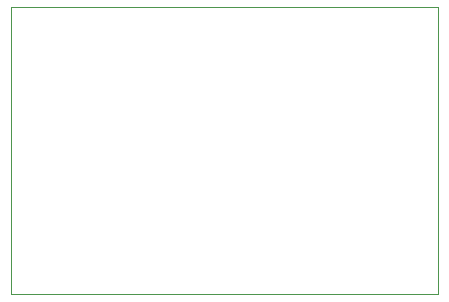
<source format=gbr>
%TF.GenerationSoftware,KiCad,Pcbnew,7.0.5*%
%TF.CreationDate,2024-02-12T15:58:31-03:00*%
%TF.ProjectId,baseSX1276,62617365-5358-4313-9237-362e6b696361,rev?*%
%TF.SameCoordinates,Original*%
%TF.FileFunction,Profile,NP*%
%FSLAX46Y46*%
G04 Gerber Fmt 4.6, Leading zero omitted, Abs format (unit mm)*
G04 Created by KiCad (PCBNEW 7.0.5) date 2024-02-12 15:58:31*
%MOMM*%
%LPD*%
G01*
G04 APERTURE LIST*
%TA.AperFunction,Profile*%
%ADD10C,0.100000*%
%TD*%
G04 APERTURE END LIST*
D10*
X113900000Y-60350000D02*
X150010000Y-60350000D01*
X150010000Y-84640000D01*
X113900000Y-84640000D01*
X113900000Y-60350000D01*
M02*

</source>
